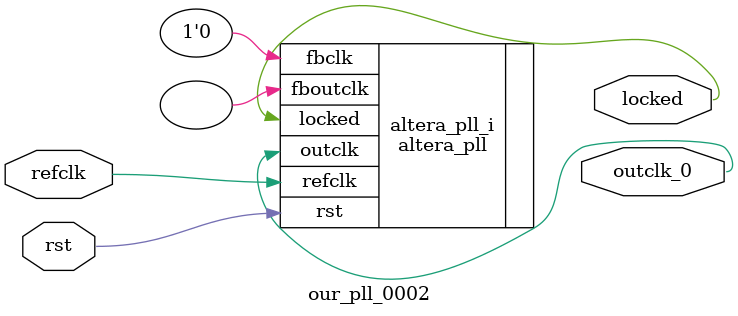
<source format=v>
`timescale 1ns/10ps
module  our_pll_0002(

	// interface 'refclk'
	input wire refclk,

	// interface 'reset'
	input wire rst,

	// interface 'outclk0'
	output wire outclk_0,

	// interface 'locked'
	output wire locked
);

	altera_pll #(
		.fractional_vco_multiplier("false"),
		.reference_clock_frequency("50.0 MHz"),
		.operation_mode("direct"),
		.number_of_clocks(1),
		.output_clock_frequency0("50.000000 MHz"),
		.phase_shift0("0 ps"),
		.duty_cycle0(50),
		.output_clock_frequency1("0 MHz"),
		.phase_shift1("0 ps"),
		.duty_cycle1(50),
		.output_clock_frequency2("0 MHz"),
		.phase_shift2("0 ps"),
		.duty_cycle2(50),
		.output_clock_frequency3("0 MHz"),
		.phase_shift3("0 ps"),
		.duty_cycle3(50),
		.output_clock_frequency4("0 MHz"),
		.phase_shift4("0 ps"),
		.duty_cycle4(50),
		.output_clock_frequency5("0 MHz"),
		.phase_shift5("0 ps"),
		.duty_cycle5(50),
		.output_clock_frequency6("0 MHz"),
		.phase_shift6("0 ps"),
		.duty_cycle6(50),
		.output_clock_frequency7("0 MHz"),
		.phase_shift7("0 ps"),
		.duty_cycle7(50),
		.output_clock_frequency8("0 MHz"),
		.phase_shift8("0 ps"),
		.duty_cycle8(50),
		.output_clock_frequency9("0 MHz"),
		.phase_shift9("0 ps"),
		.duty_cycle9(50),
		.output_clock_frequency10("0 MHz"),
		.phase_shift10("0 ps"),
		.duty_cycle10(50),
		.output_clock_frequency11("0 MHz"),
		.phase_shift11("0 ps"),
		.duty_cycle11(50),
		.output_clock_frequency12("0 MHz"),
		.phase_shift12("0 ps"),
		.duty_cycle12(50),
		.output_clock_frequency13("0 MHz"),
		.phase_shift13("0 ps"),
		.duty_cycle13(50),
		.output_clock_frequency14("0 MHz"),
		.phase_shift14("0 ps"),
		.duty_cycle14(50),
		.output_clock_frequency15("0 MHz"),
		.phase_shift15("0 ps"),
		.duty_cycle15(50),
		.output_clock_frequency16("0 MHz"),
		.phase_shift16("0 ps"),
		.duty_cycle16(50),
		.output_clock_frequency17("0 MHz"),
		.phase_shift17("0 ps"),
		.duty_cycle17(50),
		.pll_type("General"),
		.pll_subtype("General")
	) altera_pll_i (
		.rst	(rst),
		.outclk	({outclk_0}),
		.locked	(locked),
		.fboutclk	( ),
		.fbclk	(1'b0),
		.refclk	(refclk)
	);
endmodule


</source>
